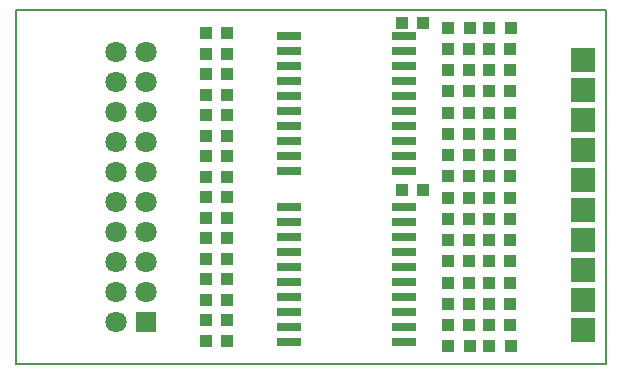
<source format=gts>
G04*
G04 #@! TF.GenerationSoftware,Altium Limited,Altium Designer,19.1.5 (86)*
G04*
G04 Layer_Color=8388736*
%FSLAX25Y25*%
%MOIN*%
G70*
G01*
G75*
%ADD14C,0.00591*%
%ADD16R,0.08346X0.08346*%
%ADD17R,0.08465X0.02953*%
%ADD18R,0.04134X0.04134*%
%ADD19R,0.04134X0.04134*%
%ADD20C,0.07087*%
%ADD21R,0.07087X0.07087*%
D14*
X0Y118110D02*
X196850D01*
X0Y0D02*
X196850D01*
Y118110D01*
X0Y0D02*
Y118110D01*
D16*
X188976Y41555D02*
D03*
Y101555D02*
D03*
Y91555D02*
D03*
Y81555D02*
D03*
Y51555D02*
D03*
Y61555D02*
D03*
Y11555D02*
D03*
Y21555D02*
D03*
Y71555D02*
D03*
Y31555D02*
D03*
D17*
X91142Y52307D02*
D03*
Y47307D02*
D03*
Y42307D02*
D03*
Y37307D02*
D03*
Y32307D02*
D03*
Y27307D02*
D03*
Y22307D02*
D03*
Y17307D02*
D03*
Y12307D02*
D03*
Y7307D02*
D03*
X129331Y52307D02*
D03*
Y47307D02*
D03*
Y42307D02*
D03*
Y37307D02*
D03*
Y32307D02*
D03*
Y27307D02*
D03*
Y22307D02*
D03*
Y17307D02*
D03*
Y12307D02*
D03*
Y7307D02*
D03*
X91142Y109393D02*
D03*
Y104393D02*
D03*
Y99393D02*
D03*
Y94393D02*
D03*
Y89393D02*
D03*
Y84393D02*
D03*
Y79393D02*
D03*
Y74393D02*
D03*
Y69393D02*
D03*
Y64393D02*
D03*
X129331Y109393D02*
D03*
Y104393D02*
D03*
Y99393D02*
D03*
Y94393D02*
D03*
Y89393D02*
D03*
Y84393D02*
D03*
Y79393D02*
D03*
Y74393D02*
D03*
Y69393D02*
D03*
Y64393D02*
D03*
D18*
X157873Y5905D02*
D03*
X164960D02*
D03*
Y112205D02*
D03*
X157873D02*
D03*
X157776Y55512D02*
D03*
X164862D02*
D03*
Y105118D02*
D03*
X157776D02*
D03*
Y48425D02*
D03*
X164862D02*
D03*
Y98031D02*
D03*
X157776D02*
D03*
Y41338D02*
D03*
X164862D02*
D03*
Y90945D02*
D03*
X157776D02*
D03*
Y34252D02*
D03*
X164862D02*
D03*
Y83858D02*
D03*
X157776D02*
D03*
Y27165D02*
D03*
X164862D02*
D03*
Y76771D02*
D03*
X157776D02*
D03*
Y20079D02*
D03*
X164862D02*
D03*
Y69685D02*
D03*
X157776D02*
D03*
Y12992D02*
D03*
X164862D02*
D03*
Y62598D02*
D03*
X157776D02*
D03*
D19*
X144192Y5905D02*
D03*
X151279D02*
D03*
X135868Y58052D02*
D03*
X128781D02*
D03*
Y113624D02*
D03*
X135868D02*
D03*
X151279Y112205D02*
D03*
X144192D02*
D03*
X144095Y105118D02*
D03*
X151181D02*
D03*
Y98031D02*
D03*
X144095D02*
D03*
Y90945D02*
D03*
X151181D02*
D03*
Y83858D02*
D03*
X144095D02*
D03*
Y76771D02*
D03*
X151181D02*
D03*
Y69685D02*
D03*
X144095D02*
D03*
Y62598D02*
D03*
X151181D02*
D03*
Y55512D02*
D03*
X144095D02*
D03*
Y48425D02*
D03*
X151181D02*
D03*
Y41338D02*
D03*
X144095D02*
D03*
Y34252D02*
D03*
X151181D02*
D03*
Y27165D02*
D03*
X144095D02*
D03*
Y20079D02*
D03*
X151181D02*
D03*
Y12992D02*
D03*
X144095D02*
D03*
X70472Y7874D02*
D03*
X63386D02*
D03*
Y14698D02*
D03*
X70472D02*
D03*
Y21522D02*
D03*
X63386D02*
D03*
Y28347D02*
D03*
X70472D02*
D03*
Y35171D02*
D03*
X63386D02*
D03*
Y41995D02*
D03*
X70472D02*
D03*
Y48819D02*
D03*
X63386D02*
D03*
Y55643D02*
D03*
X70472D02*
D03*
Y62467D02*
D03*
X63386D02*
D03*
Y69291D02*
D03*
X70472D02*
D03*
Y76116D02*
D03*
X63386D02*
D03*
Y82940D02*
D03*
X70472D02*
D03*
Y89764D02*
D03*
X63386D02*
D03*
Y96588D02*
D03*
X70472D02*
D03*
Y103412D02*
D03*
X63386D02*
D03*
Y110236D02*
D03*
X70472D02*
D03*
D20*
X33465Y34173D02*
D03*
Y14173D02*
D03*
X43465Y24173D02*
D03*
X33465D02*
D03*
X43465Y34173D02*
D03*
Y44173D02*
D03*
X33465D02*
D03*
Y54173D02*
D03*
Y64173D02*
D03*
X43465D02*
D03*
Y54173D02*
D03*
Y74173D02*
D03*
X33465D02*
D03*
Y84173D02*
D03*
X43465D02*
D03*
X33465Y94173D02*
D03*
X43465D02*
D03*
X33465Y104173D02*
D03*
X43465D02*
D03*
D21*
Y14173D02*
D03*
M02*

</source>
